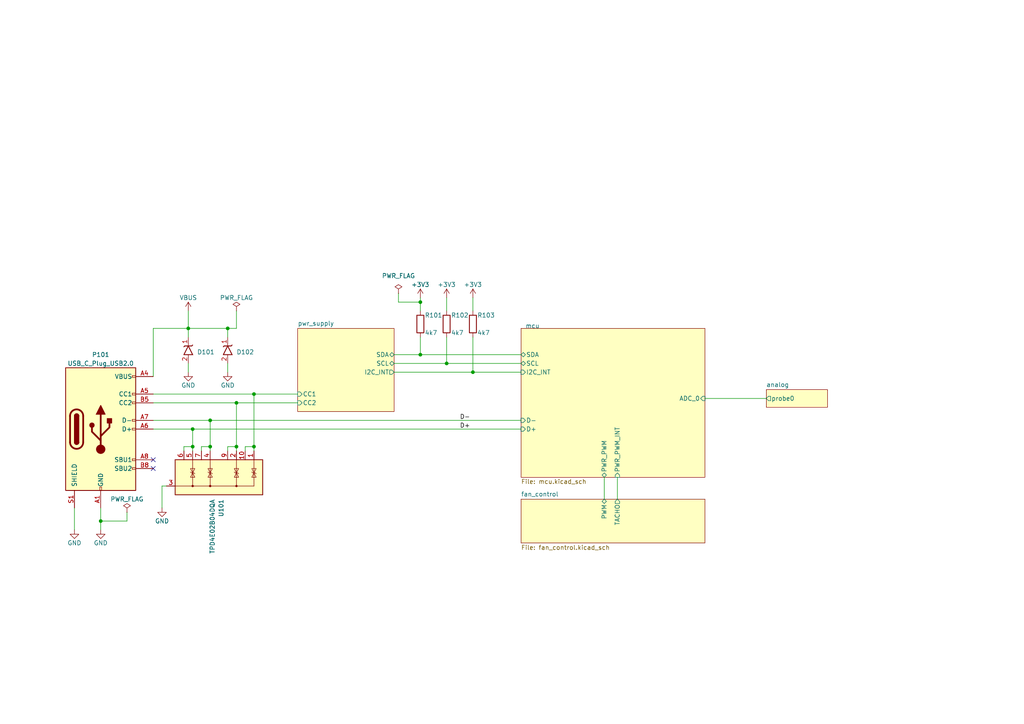
<source format=kicad_sch>
(kicad_sch
	(version 20231120)
	(generator "eeschema")
	(generator_version "8.0")
	(uuid "e63e39d7-6ac0-4ffd-8aa3-1841a4541b55")
	(paper "A4")
	(title_block
		(title "Firewaterburn")
		(rev "0.2")
	)
	(lib_symbols
		(symbol "Device:R"
			(pin_numbers hide)
			(pin_names
				(offset 0)
			)
			(exclude_from_sim no)
			(in_bom yes)
			(on_board yes)
			(property "Reference" "R"
				(at 2.032 0 90)
				(effects
					(font
						(size 1.27 1.27)
					)
				)
			)
			(property "Value" "R"
				(at 0 0 90)
				(effects
					(font
						(size 1.27 1.27)
					)
				)
			)
			(property "Footprint" ""
				(at -1.778 0 90)
				(effects
					(font
						(size 1.27 1.27)
					)
					(hide yes)
				)
			)
			(property "Datasheet" "~"
				(at 0 0 0)
				(effects
					(font
						(size 1.27 1.27)
					)
					(hide yes)
				)
			)
			(property "Description" "Resistor"
				(at 0 0 0)
				(effects
					(font
						(size 1.27 1.27)
					)
					(hide yes)
				)
			)
			(property "ki_keywords" "R res resistor"
				(at 0 0 0)
				(effects
					(font
						(size 1.27 1.27)
					)
					(hide yes)
				)
			)
			(property "ki_fp_filters" "R_*"
				(at 0 0 0)
				(effects
					(font
						(size 1.27 1.27)
					)
					(hide yes)
				)
			)
			(symbol "R_0_1"
				(rectangle
					(start -1.016 -2.54)
					(end 1.016 2.54)
					(stroke
						(width 0.254)
						(type default)
					)
					(fill
						(type none)
					)
				)
			)
			(symbol "R_1_1"
				(pin passive line
					(at 0 3.81 270)
					(length 1.27)
					(name "~"
						(effects
							(font
								(size 1.27 1.27)
							)
						)
					)
					(number "1"
						(effects
							(font
								(size 1.27 1.27)
							)
						)
					)
				)
				(pin passive line
					(at 0 -3.81 90)
					(length 1.27)
					(name "~"
						(effects
							(font
								(size 1.27 1.27)
							)
						)
					)
					(number "2"
						(effects
							(font
								(size 1.27 1.27)
							)
						)
					)
				)
			)
		)
		(symbol "Power_Protection:TPD4E02B04DQA"
			(pin_names hide)
			(exclude_from_sim no)
			(in_bom yes)
			(on_board yes)
			(property "Reference" "U"
				(at 2.54 -11.43 0)
				(effects
					(font
						(size 1.27 1.27)
					)
					(justify left)
				)
			)
			(property "Value" "TPD4E02B04DQA"
				(at 7.62 1.905 0)
				(effects
					(font
						(size 1.27 1.27)
					)
					(justify left)
				)
			)
			(property "Footprint" "Package_SON:USON-10_2.5x1.0mm_P0.5mm"
				(at 7.62 0 0)
				(effects
					(font
						(size 1.27 1.27)
					)
					(justify left)
					(hide yes)
				)
			)
			(property "Datasheet" "http://www.ti.com/lit/ds/symlink/tpd4e02b04.pdf"
				(at 2.54 0 0)
				(effects
					(font
						(size 1.27 1.27)
					)
					(hide yes)
				)
			)
			(property "Description" "4-Channel ESD Protection Diode for USB Type-C and HDMI 2.0, USON-10"
				(at 0 0 0)
				(effects
					(font
						(size 1.27 1.27)
					)
					(hide yes)
				)
			)
			(property "ki_keywords" "ESD protection USB HDMI"
				(at 0 0 0)
				(effects
					(font
						(size 1.27 1.27)
					)
					(hide yes)
				)
			)
			(property "ki_fp_filters" "USON*2.5x1.0mm*P0.5mm*"
				(at 0 0 0)
				(effects
					(font
						(size 1.27 1.27)
					)
					(hide yes)
				)
			)
			(symbol "TPD4E02B04DQA_0_0"
				(pin passive line
					(at 2.54 -15.24 90)
					(length 2.54)
					(name "G"
						(effects
							(font
								(size 1.27 1.27)
							)
						)
					)
					(number "3"
						(effects
							(font
								(size 1.27 1.27)
							)
						)
					)
				)
			)
			(symbol "TPD4E02B04DQA_0_1"
				(rectangle
					(start -5.08 12.7)
					(end 5.08 -12.7)
					(stroke
						(width 0.254)
						(type default)
					)
					(fill
						(type background)
					)
				)
				(polyline
					(pts
						(xy -5.08 -7.62) (xy 2.54 -7.62)
					)
					(stroke
						(width 0)
						(type default)
					)
					(fill
						(type none)
					)
				)
				(polyline
					(pts
						(xy -5.08 -2.54) (xy 2.54 -2.54)
					)
					(stroke
						(width 0)
						(type default)
					)
					(fill
						(type none)
					)
				)
				(polyline
					(pts
						(xy -5.08 5.08) (xy 2.54 5.08)
					)
					(stroke
						(width 0)
						(type default)
					)
					(fill
						(type none)
					)
				)
				(polyline
					(pts
						(xy -5.08 10.16) (xy 2.54 10.16)
					)
					(stroke
						(width 0)
						(type default)
					)
					(fill
						(type none)
					)
				)
				(polyline
					(pts
						(xy 2.54 10.16) (xy 2.54 -12.7)
					)
					(stroke
						(width 0.1524)
						(type default)
					)
					(fill
						(type none)
					)
				)
				(polyline
					(pts
						(xy -1.27 -7.62) (xy 0 -8.255) (xy 0 -6.985) (xy -1.27 -7.62)
					)
					(stroke
						(width 0)
						(type default)
					)
					(fill
						(type none)
					)
				)
				(polyline
					(pts
						(xy -1.27 -2.54) (xy 0 -3.175) (xy 0 -1.905) (xy -1.27 -2.54)
					)
					(stroke
						(width 0)
						(type default)
					)
					(fill
						(type none)
					)
				)
				(polyline
					(pts
						(xy -1.27 5.08) (xy 0 4.445) (xy 0 5.715) (xy -1.27 5.08)
					)
					(stroke
						(width 0)
						(type default)
					)
					(fill
						(type none)
					)
				)
				(polyline
					(pts
						(xy -1.27 10.16) (xy 0 9.525) (xy 0 10.795) (xy -1.27 10.16)
					)
					(stroke
						(width 0)
						(type default)
					)
					(fill
						(type none)
					)
				)
				(circle
					(center 2.54 -7.62)
					(radius 0.254)
					(stroke
						(width 0)
						(type default)
					)
					(fill
						(type outline)
					)
				)
				(circle
					(center 2.54 -2.54)
					(radius 0.254)
					(stroke
						(width 0)
						(type default)
					)
					(fill
						(type outline)
					)
				)
				(circle
					(center 2.54 5.08)
					(radius 0.254)
					(stroke
						(width 0)
						(type default)
					)
					(fill
						(type outline)
					)
				)
			)
			(symbol "TPD4E02B04DQA_1_1"
				(polyline
					(pts
						(xy -1.524 -8.255) (xy -1.27 -8.001) (xy -1.27 -7.239) (xy -1.016 -6.985)
					)
					(stroke
						(width 0)
						(type default)
					)
					(fill
						(type none)
					)
				)
				(polyline
					(pts
						(xy -1.524 -3.175) (xy -1.27 -2.921) (xy -1.27 -2.159) (xy -1.016 -1.905)
					)
					(stroke
						(width 0)
						(type default)
					)
					(fill
						(type none)
					)
				)
				(polyline
					(pts
						(xy -1.524 4.445) (xy -1.27 4.699) (xy -1.27 5.461) (xy -1.016 5.715)
					)
					(stroke
						(width 0)
						(type default)
					)
					(fill
						(type none)
					)
				)
				(polyline
					(pts
						(xy -1.524 9.525) (xy -1.27 9.779) (xy -1.27 10.541) (xy -1.016 10.795)
					)
					(stroke
						(width 0)
						(type default)
					)
					(fill
						(type none)
					)
				)
				(polyline
					(pts
						(xy -1.27 -7.62) (xy -2.54 -8.255) (xy -2.54 -6.985) (xy -1.27 -7.62)
					)
					(stroke
						(width 0)
						(type default)
					)
					(fill
						(type none)
					)
				)
				(polyline
					(pts
						(xy -1.27 -2.54) (xy -2.54 -3.175) (xy -2.54 -1.905) (xy -1.27 -2.54)
					)
					(stroke
						(width 0)
						(type default)
					)
					(fill
						(type none)
					)
				)
				(polyline
					(pts
						(xy -1.27 5.08) (xy -2.54 4.445) (xy -2.54 5.715) (xy -1.27 5.08)
					)
					(stroke
						(width 0)
						(type default)
					)
					(fill
						(type none)
					)
				)
				(polyline
					(pts
						(xy -1.27 10.16) (xy -2.54 9.525) (xy -2.54 10.795) (xy -1.27 10.16)
					)
					(stroke
						(width 0)
						(type default)
					)
					(fill
						(type none)
					)
				)
				(pin passive line
					(at -7.62 10.16 0)
					(length 2.54)
					(name "IO1"
						(effects
							(font
								(size 1.27 1.27)
							)
						)
					)
					(number "1"
						(effects
							(font
								(size 1.27 1.27)
							)
						)
					)
				)
				(pin free line
					(at -7.62 7.62 0)
					(length 2.54)
					(name "NC"
						(effects
							(font
								(size 1.27 1.27)
							)
						)
					)
					(number "10"
						(effects
							(font
								(size 1.27 1.27)
							)
						)
					)
				)
				(pin passive line
					(at -7.62 5.08 0)
					(length 2.54)
					(name "IO2"
						(effects
							(font
								(size 1.27 1.27)
							)
						)
					)
					(number "2"
						(effects
							(font
								(size 1.27 1.27)
							)
						)
					)
				)
				(pin passive line
					(at -7.62 -2.54 0)
					(length 2.54)
					(name "IO3"
						(effects
							(font
								(size 1.27 1.27)
							)
						)
					)
					(number "4"
						(effects
							(font
								(size 1.27 1.27)
							)
						)
					)
				)
				(pin passive line
					(at -7.62 -7.62 0)
					(length 2.54)
					(name "IO4"
						(effects
							(font
								(size 1.27 1.27)
							)
						)
					)
					(number "5"
						(effects
							(font
								(size 1.27 1.27)
							)
						)
					)
				)
				(pin free line
					(at -7.62 -10.16 0)
					(length 2.54)
					(name "NC"
						(effects
							(font
								(size 1.27 1.27)
							)
						)
					)
					(number "6"
						(effects
							(font
								(size 1.27 1.27)
							)
						)
					)
				)
				(pin free line
					(at -7.62 -5.08 0)
					(length 2.54)
					(name "NC"
						(effects
							(font
								(size 1.27 1.27)
							)
						)
					)
					(number "7"
						(effects
							(font
								(size 1.27 1.27)
							)
						)
					)
				)
				(pin passive line
					(at 2.54 -15.24 90)
					(length 2.54) hide
					(name "G"
						(effects
							(font
								(size 1.27 1.27)
							)
						)
					)
					(number "8"
						(effects
							(font
								(size 1.27 1.27)
							)
						)
					)
				)
				(pin free line
					(at -7.62 2.54 0)
					(length 2.54)
					(name "NC"
						(effects
							(font
								(size 1.27 1.27)
							)
						)
					)
					(number "9"
						(effects
							(font
								(size 1.27 1.27)
							)
						)
					)
				)
			)
		)
		(symbol "mylib_connectors:USB_C_Plug_USB2.0"
			(pin_names
				(offset 1.016)
			)
			(exclude_from_sim no)
			(in_bom yes)
			(on_board yes)
			(property "Reference" "P"
				(at -10.16 19.05 0)
				(effects
					(font
						(size 1.27 1.27)
					)
					(justify left)
				)
			)
			(property "Value" "USB_C_Plug_USB2.0"
				(at 12.7 19.05 0)
				(effects
					(font
						(size 1.27 1.27)
					)
					(justify right)
				)
			)
			(property "Footprint" ""
				(at 3.81 0 0)
				(effects
					(font
						(size 1.27 1.27)
					)
					(hide yes)
				)
			)
			(property "Datasheet" ""
				(at 3.81 0 0)
				(effects
					(font
						(size 1.27 1.27)
					)
					(hide yes)
				)
			)
			(property "Description" ""
				(at 0 0 0)
				(effects
					(font
						(size 1.27 1.27)
					)
					(hide yes)
				)
			)
			(property "ki_fp_filters" "USB*C*Plug*"
				(at 0 0 0)
				(effects
					(font
						(size 1.27 1.27)
					)
					(hide yes)
				)
			)
			(symbol "USB_C_Plug_USB2.0_0_0"
				(rectangle
					(start -0.254 -17.78)
					(end 0.254 -16.764)
					(stroke
						(width 0)
						(type default)
					)
					(fill
						(type none)
					)
				)
				(rectangle
					(start 10.16 -11.176)
					(end 9.144 -11.684)
					(stroke
						(width 0)
						(type default)
					)
					(fill
						(type none)
					)
				)
				(rectangle
					(start 10.16 0.254)
					(end 9.144 -0.254)
					(stroke
						(width 0)
						(type default)
					)
					(fill
						(type none)
					)
				)
				(rectangle
					(start 10.16 2.794)
					(end 9.144 2.286)
					(stroke
						(width 0)
						(type default)
					)
					(fill
						(type none)
					)
				)
				(rectangle
					(start 10.16 10.414)
					(end 9.144 9.906)
					(stroke
						(width 0)
						(type default)
					)
					(fill
						(type none)
					)
				)
				(rectangle
					(start 10.16 15.494)
					(end 9.144 14.986)
					(stroke
						(width 0)
						(type default)
					)
					(fill
						(type none)
					)
				)
			)
			(symbol "USB_C_Plug_USB2.0_0_1"
				(rectangle
					(start -10.16 17.78)
					(end 10.16 -17.78)
					(stroke
						(width 0.254)
						(type default)
					)
					(fill
						(type background)
					)
				)
				(arc
					(start -8.89 -3.81)
					(mid -6.985 -5.7067)
					(end -5.08 -3.81)
					(stroke
						(width 0.508)
						(type default)
					)
					(fill
						(type none)
					)
				)
				(arc
					(start -7.62 -3.81)
					(mid -6.985 -4.4423)
					(end -6.35 -3.81)
					(stroke
						(width 0.254)
						(type default)
					)
					(fill
						(type none)
					)
				)
				(arc
					(start -7.62 -3.81)
					(mid -6.985 -4.4423)
					(end -6.35 -3.81)
					(stroke
						(width 0.254)
						(type default)
					)
					(fill
						(type outline)
					)
				)
				(rectangle
					(start -7.62 -3.81)
					(end -6.35 3.81)
					(stroke
						(width 0.254)
						(type default)
					)
					(fill
						(type outline)
					)
				)
				(arc
					(start -6.35 3.81)
					(mid -6.985 4.4423)
					(end -7.62 3.81)
					(stroke
						(width 0.254)
						(type default)
					)
					(fill
						(type none)
					)
				)
				(arc
					(start -6.35 3.81)
					(mid -6.985 4.4423)
					(end -7.62 3.81)
					(stroke
						(width 0.254)
						(type default)
					)
					(fill
						(type outline)
					)
				)
				(arc
					(start -5.08 3.81)
					(mid -6.985 5.7067)
					(end -8.89 3.81)
					(stroke
						(width 0.508)
						(type default)
					)
					(fill
						(type none)
					)
				)
				(circle
					(center -2.54 1.143)
					(radius 0.635)
					(stroke
						(width 0.254)
						(type default)
					)
					(fill
						(type outline)
					)
				)
				(circle
					(center 0 -5.842)
					(radius 1.27)
					(stroke
						(width 0)
						(type default)
					)
					(fill
						(type outline)
					)
				)
				(polyline
					(pts
						(xy -8.89 -3.81) (xy -8.89 3.81)
					)
					(stroke
						(width 0.508)
						(type default)
					)
					(fill
						(type none)
					)
				)
				(polyline
					(pts
						(xy -5.08 3.81) (xy -5.08 -3.81)
					)
					(stroke
						(width 0.508)
						(type default)
					)
					(fill
						(type none)
					)
				)
				(polyline
					(pts
						(xy 0 -5.842) (xy 0 4.318)
					)
					(stroke
						(width 0.508)
						(type default)
					)
					(fill
						(type none)
					)
				)
				(polyline
					(pts
						(xy 0 -3.302) (xy -2.54 -0.762) (xy -2.54 0.508)
					)
					(stroke
						(width 0.508)
						(type default)
					)
					(fill
						(type none)
					)
				)
				(polyline
					(pts
						(xy 0 -2.032) (xy 2.54 0.508) (xy 2.54 1.778)
					)
					(stroke
						(width 0.508)
						(type default)
					)
					(fill
						(type none)
					)
				)
				(polyline
					(pts
						(xy -1.27 4.318) (xy 0 6.858) (xy 1.27 4.318) (xy -1.27 4.318)
					)
					(stroke
						(width 0.254)
						(type default)
					)
					(fill
						(type outline)
					)
				)
				(rectangle
					(start 1.905 1.778)
					(end 3.175 3.048)
					(stroke
						(width 0.254)
						(type default)
					)
					(fill
						(type outline)
					)
				)
			)
			(symbol "USB_C_Plug_USB2.0_1_1"
				(rectangle
					(start 10.16 -8.636)
					(end 9.144 -9.144)
					(stroke
						(width 0)
						(type default)
					)
					(fill
						(type none)
					)
				)
				(rectangle
					(start 10.16 7.874)
					(end 9.144 7.366)
					(stroke
						(width 0)
						(type default)
					)
					(fill
						(type none)
					)
				)
				(pin passive line
					(at 0 -22.86 90)
					(length 5.08)
					(name "GND"
						(effects
							(font
								(size 1.27 1.27)
							)
						)
					)
					(number "A1"
						(effects
							(font
								(size 1.27 1.27)
							)
						)
					)
				)
				(pin passive line
					(at 0 -22.86 90)
					(length 5.08) hide
					(name "GND"
						(effects
							(font
								(size 1.27 1.27)
							)
						)
					)
					(number "A12"
						(effects
							(font
								(size 1.27 1.27)
							)
						)
					)
				)
				(pin passive line
					(at 15.24 15.24 180)
					(length 5.08)
					(name "VBUS"
						(effects
							(font
								(size 1.27 1.27)
							)
						)
					)
					(number "A4"
						(effects
							(font
								(size 1.27 1.27)
							)
						)
					)
				)
				(pin bidirectional line
					(at 15.24 10.16 180)
					(length 5.08)
					(name "CC1"
						(effects
							(font
								(size 1.27 1.27)
							)
						)
					)
					(number "A5"
						(effects
							(font
								(size 1.27 1.27)
							)
						)
					)
				)
				(pin bidirectional line
					(at 15.24 0 180)
					(length 5.08)
					(name "D+"
						(effects
							(font
								(size 1.27 1.27)
							)
						)
					)
					(number "A6"
						(effects
							(font
								(size 1.27 1.27)
							)
						)
					)
				)
				(pin bidirectional line
					(at 15.24 2.54 180)
					(length 5.08)
					(name "D-"
						(effects
							(font
								(size 1.27 1.27)
							)
						)
					)
					(number "A7"
						(effects
							(font
								(size 1.27 1.27)
							)
						)
					)
				)
				(pin bidirectional line
					(at 15.24 -8.89 180)
					(length 5.08)
					(name "SBU1"
						(effects
							(font
								(size 1.27 1.27)
							)
						)
					)
					(number "A8"
						(effects
							(font
								(size 1.27 1.27)
							)
						)
					)
				)
				(pin passive line
					(at 15.24 15.24 180)
					(length 5.08) hide
					(name "VBUS"
						(effects
							(font
								(size 1.27 1.27)
							)
						)
					)
					(number "A9"
						(effects
							(font
								(size 1.27 1.27)
							)
						)
					)
				)
				(pin passive line
					(at 0 -22.86 90)
					(length 5.08) hide
					(name "GND"
						(effects
							(font
								(size 1.27 1.27)
							)
						)
					)
					(number "B1"
						(effects
							(font
								(size 1.27 1.27)
							)
						)
					)
				)
				(pin passive line
					(at 0 -22.86 90)
					(length 5.08) hide
					(name "GND"
						(effects
							(font
								(size 1.27 1.27)
							)
						)
					)
					(number "B12"
						(effects
							(font
								(size 1.27 1.27)
							)
						)
					)
				)
				(pin passive line
					(at 15.24 15.24 180)
					(length 5.08) hide
					(name "VBUS"
						(effects
							(font
								(size 1.27 1.27)
							)
						)
					)
					(number "B4"
						(effects
							(font
								(size 1.27 1.27)
							)
						)
					)
				)
				(pin bidirectional line
					(at 15.24 7.62 180)
					(length 5.08)
					(name "CC2"
						(effects
							(font
								(size 1.27 1.27)
							)
						)
					)
					(number "B5"
						(effects
							(font
								(size 1.27 1.27)
							)
						)
					)
				)
				(pin bidirectional line
					(at 15.24 0 180)
					(length 5.08) hide
					(name "D+"
						(effects
							(font
								(size 1.27 1.27)
							)
						)
					)
					(number "B6"
						(effects
							(font
								(size 1.27 1.27)
							)
						)
					)
				)
				(pin bidirectional line
					(at 15.24 2.54 180)
					(length 5.08) hide
					(name "D-"
						(effects
							(font
								(size 1.27 1.27)
							)
						)
					)
					(number "B7"
						(effects
							(font
								(size 1.27 1.27)
							)
						)
					)
				)
				(pin bidirectional line
					(at 15.24 -11.43 180)
					(length 5.08)
					(name "SBU2"
						(effects
							(font
								(size 1.27 1.27)
							)
						)
					)
					(number "B8"
						(effects
							(font
								(size 1.27 1.27)
							)
						)
					)
				)
				(pin passive line
					(at 15.24 15.24 180)
					(length 5.08) hide
					(name "VBUS"
						(effects
							(font
								(size 1.27 1.27)
							)
						)
					)
					(number "B9"
						(effects
							(font
								(size 1.27 1.27)
							)
						)
					)
				)
				(pin passive line
					(at -7.62 -22.86 90)
					(length 5.08)
					(name "SHIELD"
						(effects
							(font
								(size 1.27 1.27)
							)
						)
					)
					(number "S1"
						(effects
							(font
								(size 1.27 1.27)
							)
						)
					)
				)
			)
		)
		(symbol "mylib_ic:ESDA25P35"
			(exclude_from_sim no)
			(in_bom yes)
			(on_board yes)
			(property "Reference" "D"
				(at 0 2.54 0)
				(effects
					(font
						(size 1.27 1.27)
					)
				)
			)
			(property "Value" "ESDA25P35"
				(at 0 -2.54 0)
				(effects
					(font
						(size 1.27 1.27)
					)
					(hide yes)
				)
			)
			(property "Footprint" ""
				(at 0 0 0)
				(effects
					(font
						(size 1.27 1.27)
					)
					(hide yes)
				)
			)
			(property "Datasheet" ""
				(at 0 0 0)
				(effects
					(font
						(size 1.27 1.27)
					)
					(hide yes)
				)
			)
			(property "Description" ""
				(at 0 0 0)
				(effects
					(font
						(size 1.27 1.27)
					)
					(hide yes)
				)
			)
			(symbol "ESDA25P35_0_1"
				(polyline
					(pts
						(xy -1.27 -1.016) (xy -1.016 -1.27)
					)
					(stroke
						(width 0.254)
						(type default)
					)
					(fill
						(type none)
					)
				)
				(polyline
					(pts
						(xy -1.27 1.016) (xy -1.524 1.27)
					)
					(stroke
						(width 0.254)
						(type default)
					)
					(fill
						(type none)
					)
				)
				(polyline
					(pts
						(xy -1.27 1.016) (xy -1.27 -1.016)
					)
					(stroke
						(width 0.254)
						(type default)
					)
					(fill
						(type none)
					)
				)
				(polyline
					(pts
						(xy 1.27 1.27) (xy 1.27 -1.27) (xy -1.27 0) (xy 1.27 1.27)
					)
					(stroke
						(width 0.254)
						(type default)
					)
					(fill
						(type none)
					)
				)
			)
			(symbol "ESDA25P35_1_1"
				(pin passive line
					(at -3.81 0 0)
					(length 2.54)
					(name ""
						(effects
							(font
								(size 1.27 1.27)
							)
						)
					)
					(number "1"
						(effects
							(font
								(size 1.27 1.27)
							)
						)
					)
				)
				(pin passive line
					(at 3.81 0 180)
					(length 2.54)
					(name ""
						(effects
							(font
								(size 1.27 1.27)
							)
						)
					)
					(number "2"
						(effects
							(font
								(size 1.27 1.27)
							)
						)
					)
				)
			)
		)
		(symbol "power:+3V3"
			(power)
			(pin_names
				(offset 0)
			)
			(exclude_from_sim no)
			(in_bom yes)
			(on_board yes)
			(property "Reference" "#PWR"
				(at 0 -3.81 0)
				(effects
					(font
						(size 1.27 1.27)
					)
					(hide yes)
				)
			)
			(property "Value" "+3V3"
				(at 0 3.556 0)
				(effects
					(font
						(size 1.27 1.27)
					)
				)
			)
			(property "Footprint" ""
				(at 0 0 0)
				(effects
					(font
						(size 1.27 1.27)
					)
					(hide yes)
				)
			)
			(property "Datasheet" ""
				(at 0 0 0)
				(effects
					(font
						(size 1.27 1.27)
					)
					(hide yes)
				)
			)
			(property "Description" "Power symbol creates a global label with name \"+3V3\""
				(at 0 0 0)
				(effects
					(font
						(size 1.27 1.27)
					)
					(hide yes)
				)
			)
			(property "ki_keywords" "global power"
				(at 0 0 0)
				(effects
					(font
						(size 1.27 1.27)
					)
					(hide yes)
				)
			)
			(symbol "+3V3_0_1"
				(polyline
					(pts
						(xy -0.762 1.27) (xy 0 2.54)
					)
					(stroke
						(width 0)
						(type default)
					)
					(fill
						(type none)
					)
				)
				(polyline
					(pts
						(xy 0 0) (xy 0 2.54)
					)
					(stroke
						(width 0)
						(type default)
					)
					(fill
						(type none)
					)
				)
				(polyline
					(pts
						(xy 0 2.54) (xy 0.762 1.27)
					)
					(stroke
						(width 0)
						(type default)
					)
					(fill
						(type none)
					)
				)
			)
			(symbol "+3V3_1_1"
				(pin power_in line
					(at 0 0 90)
					(length 0) hide
					(name "+3V3"
						(effects
							(font
								(size 1.27 1.27)
							)
						)
					)
					(number "1"
						(effects
							(font
								(size 1.27 1.27)
							)
						)
					)
				)
			)
		)
		(symbol "power:GND"
			(power)
			(pin_names
				(offset 0)
			)
			(exclude_from_sim no)
			(in_bom yes)
			(on_board yes)
			(property "Reference" "#PWR"
				(at 0 -6.35 0)
				(effects
					(font
						(size 1.27 1.27)
					)
					(hide yes)
				)
			)
			(property "Value" "GND"
				(at 0 -3.81 0)
				(effects
					(font
						(size 1.27 1.27)
					)
				)
			)
			(property "Footprint" ""
				(at 0 0 0)
				(effects
					(font
						(size 1.27 1.27)
					)
					(hide yes)
				)
			)
			(property "Datasheet" ""
				(at 0 0 0)
				(effects
					(font
						(size 1.27 1.27)
					)
					(hide yes)
				)
			)
			(property "Description" "Power symbol creates a global label with name \"GND\" , ground"
				(at 0 0 0)
				(effects
					(font
						(size 1.27 1.27)
					)
					(hide yes)
				)
			)
			(property "ki_keywords" "global power"
				(at 0 0 0)
				(effects
					(font
						(size 1.27 1.27)
					)
					(hide yes)
				)
			)
			(symbol "GND_0_1"
				(polyline
					(pts
						(xy 0 0) (xy 0 -1.27) (xy 1.27 -1.27) (xy 0 -2.54) (xy -1.27 -1.27) (xy 0 -1.27)
					)
					(stroke
						(width 0)
						(type default)
					)
					(fill
						(type none)
					)
				)
			)
			(symbol "GND_1_1"
				(pin power_in line
					(at 0 0 270)
					(length 0) hide
					(name "GND"
						(effects
							(font
								(size 1.27 1.27)
							)
						)
					)
					(number "1"
						(effects
							(font
								(size 1.27 1.27)
							)
						)
					)
				)
			)
		)
		(symbol "power:PWR_FLAG"
			(power)
			(pin_numbers hide)
			(pin_names
				(offset 0) hide)
			(exclude_from_sim no)
			(in_bom yes)
			(on_board yes)
			(property "Reference" "#FLG"
				(at 0 1.905 0)
				(effects
					(font
						(size 1.27 1.27)
					)
					(hide yes)
				)
			)
			(property "Value" "PWR_FLAG"
				(at 0 3.81 0)
				(effects
					(font
						(size 1.27 1.27)
					)
				)
			)
			(property "Footprint" ""
				(at 0 0 0)
				(effects
					(font
						(size 1.27 1.27)
					)
					(hide yes)
				)
			)
			(property "Datasheet" "~"
				(at 0 0 0)
				(effects
					(font
						(size 1.27 1.27)
					)
					(hide yes)
				)
			)
			(property "Description" "Special symbol for telling ERC where power comes from"
				(at 0 0 0)
				(effects
					(font
						(size 1.27 1.27)
					)
					(hide yes)
				)
			)
			(property "ki_keywords" "flag power"
				(at 0 0 0)
				(effects
					(font
						(size 1.27 1.27)
					)
					(hide yes)
				)
			)
			(symbol "PWR_FLAG_0_0"
				(pin power_out line
					(at 0 0 90)
					(length 0)
					(name "pwr"
						(effects
							(font
								(size 1.27 1.27)
							)
						)
					)
					(number "1"
						(effects
							(font
								(size 1.27 1.27)
							)
						)
					)
				)
			)
			(symbol "PWR_FLAG_0_1"
				(polyline
					(pts
						(xy 0 0) (xy 0 1.27) (xy -1.016 1.905) (xy 0 2.54) (xy 1.016 1.905) (xy 0 1.27)
					)
					(stroke
						(width 0)
						(type default)
					)
					(fill
						(type none)
					)
				)
			)
		)
		(symbol "power:VBUS"
			(power)
			(pin_names
				(offset 0)
			)
			(exclude_from_sim no)
			(in_bom yes)
			(on_board yes)
			(property "Reference" "#PWR"
				(at 0 -3.81 0)
				(effects
					(font
						(size 1.27 1.27)
					)
					(hide yes)
				)
			)
			(property "Value" "VBUS"
				(at 0 3.81 0)
				(effects
					(font
						(size 1.27 1.27)
					)
				)
			)
			(property "Footprint" ""
				(at 0 0 0)
				(effects
					(font
						(size 1.27 1.27)
					)
					(hide yes)
				)
			)
			(property "Datasheet" ""
				(at 0 0 0)
				(effects
					(font
						(size 1.27 1.27)
					)
					(hide yes)
				)
			)
			(property "Description" "Power symbol creates a global label with name \"VBUS\""
				(at 0 0 0)
				(effects
					(font
						(size 1.27 1.27)
					)
					(hide yes)
				)
			)
			(property "ki_keywords" "global power"
				(at 0 0 0)
				(effects
					(font
						(size 1.27 1.27)
					)
					(hide yes)
				)
			)
			(symbol "VBUS_0_1"
				(polyline
					(pts
						(xy -0.762 1.27) (xy 0 2.54)
					)
					(stroke
						(width 0)
						(type default)
					)
					(fill
						(type none)
					)
				)
				(polyline
					(pts
						(xy 0 0) (xy 0 2.54)
					)
					(stroke
						(width 0)
						(type default)
					)
					(fill
						(type none)
					)
				)
				(polyline
					(pts
						(xy 0 2.54) (xy 0.762 1.27)
					)
					(stroke
						(width 0)
						(type default)
					)
					(fill
						(type none)
					)
				)
			)
			(symbol "VBUS_1_1"
				(pin power_in line
					(at 0 0 90)
					(length 0) hide
					(name "VBUS"
						(effects
							(font
								(size 1.27 1.27)
							)
						)
					)
					(number "1"
						(effects
							(font
								(size 1.27 1.27)
							)
						)
					)
				)
			)
		)
	)
	(junction
		(at 55.88 129.54)
		(diameter 0)
		(color 0 0 0 0)
		(uuid "031dff5c-b007-482b-8531-62900e645ae0")
	)
	(junction
		(at 73.66 114.3)
		(diameter 0)
		(color 0 0 0 0)
		(uuid "37282826-69f5-4a96-b61e-ff0cfee43405")
	)
	(junction
		(at 121.92 102.87)
		(diameter 0)
		(color 0 0 0 0)
		(uuid "3c7917dd-d0b6-4513-8377-dd27f555c969")
	)
	(junction
		(at 54.61 95.25)
		(diameter 0)
		(color 0 0 0 0)
		(uuid "4055b357-393c-467b-b2cc-71034cd4083f")
	)
	(junction
		(at 60.96 129.54)
		(diameter 0)
		(color 0 0 0 0)
		(uuid "420d59d1-616a-4a7b-964a-5b5a5d75ebc0")
	)
	(junction
		(at 68.58 129.54)
		(diameter 0)
		(color 0 0 0 0)
		(uuid "45f0ad8e-e322-4b2a-868a-31900adcc08f")
	)
	(junction
		(at 55.88 124.46)
		(diameter 0)
		(color 0 0 0 0)
		(uuid "7f31b8a9-f561-4e86-a84c-ab7d7b385b93")
	)
	(junction
		(at 121.92 87.63)
		(diameter 0)
		(color 0 0 0 0)
		(uuid "81e1a3d8-90bf-4147-a204-c677772bfb92")
	)
	(junction
		(at 29.21 151.13)
		(diameter 0)
		(color 0 0 0 0)
		(uuid "8a64bdde-3a9e-4715-91e9-c4d3d9efcd30")
	)
	(junction
		(at 66.04 95.25)
		(diameter 0)
		(color 0 0 0 0)
		(uuid "93bb4bd6-e90f-4215-bc55-6b99997a0f4c")
	)
	(junction
		(at 137.16 107.95)
		(diameter 0)
		(color 0 0 0 0)
		(uuid "af2b5cc4-7c38-45f8-ba8f-c81b3dacd509")
	)
	(junction
		(at 129.54 105.41)
		(diameter 0)
		(color 0 0 0 0)
		(uuid "d3777d21-4524-45c4-a96f-e34639706300")
	)
	(junction
		(at 68.58 116.84)
		(diameter 0)
		(color 0 0 0 0)
		(uuid "dee39449-c31a-4a7d-8b30-6c993327075e")
	)
	(junction
		(at 73.66 129.54)
		(diameter 0)
		(color 0 0 0 0)
		(uuid "ee5695a3-850e-4cd2-95c2-a9cf4ab5632d")
	)
	(junction
		(at 60.96 121.92)
		(diameter 0)
		(color 0 0 0 0)
		(uuid "ff421916-d220-4dad-ba43-b6a3a83122dd")
	)
	(no_connect
		(at 44.45 133.35)
		(uuid "bff8daab-48b4-47d4-9ffa-e5f1ce2dcca8")
	)
	(no_connect
		(at 44.45 135.89)
		(uuid "d0da03a8-e8ae-4d2b-9293-966a3f5089e3")
	)
	(wire
		(pts
			(xy 29.21 147.32) (xy 29.21 151.13)
		)
		(stroke
			(width 0)
			(type default)
		)
		(uuid "033022b3-11f9-419e-a78e-1c7d6e6cd45c")
	)
	(wire
		(pts
			(xy 55.88 129.54) (xy 55.88 130.81)
		)
		(stroke
			(width 0)
			(type default)
		)
		(uuid "0593406e-8a7b-48c7-bcb8-df108d5a5f8c")
	)
	(wire
		(pts
			(xy 21.59 153.67) (xy 21.59 147.32)
		)
		(stroke
			(width 0)
			(type default)
		)
		(uuid "08f0a69d-2047-4f15-9147-57cc2889ba57")
	)
	(wire
		(pts
			(xy 44.45 121.92) (xy 60.96 121.92)
		)
		(stroke
			(width 0)
			(type default)
		)
		(uuid "0bf9a605-1ed3-48a5-aa63-5e0c16fb660e")
	)
	(wire
		(pts
			(xy 44.45 124.46) (xy 55.88 124.46)
		)
		(stroke
			(width 0)
			(type default)
		)
		(uuid "0f1d2806-29e7-4ac5-af97-ad3c5202a0f8")
	)
	(wire
		(pts
			(xy 121.92 102.87) (xy 151.13 102.87)
		)
		(stroke
			(width 0)
			(type default)
		)
		(uuid "12586790-c9d2-447b-b04d-7ed8653b5792")
	)
	(wire
		(pts
			(xy 115.57 87.63) (xy 121.92 87.63)
		)
		(stroke
			(width 0)
			(type default)
		)
		(uuid "12f1a649-d416-4d67-9a35-2a5f09935433")
	)
	(wire
		(pts
			(xy 137.16 86.36) (xy 137.16 90.17)
		)
		(stroke
			(width 0)
			(type default)
		)
		(uuid "17d79456-7050-487b-b9f0-40d955439b19")
	)
	(wire
		(pts
			(xy 68.58 129.54) (xy 68.58 130.81)
		)
		(stroke
			(width 0)
			(type default)
		)
		(uuid "1b8ca8a6-6a5e-429a-890c-12f41c039ba0")
	)
	(wire
		(pts
			(xy 60.96 121.92) (xy 60.96 129.54)
		)
		(stroke
			(width 0)
			(type default)
		)
		(uuid "20dc9b1c-4f0d-44cd-9aab-3cb68493d953")
	)
	(wire
		(pts
			(xy 71.12 129.54) (xy 73.66 129.54)
		)
		(stroke
			(width 0)
			(type default)
		)
		(uuid "22f4cb2f-59da-4d0a-8646-3ac01528831a")
	)
	(wire
		(pts
			(xy 137.16 97.79) (xy 137.16 107.95)
		)
		(stroke
			(width 0)
			(type default)
		)
		(uuid "253fd500-1224-40b9-94b9-d446fbd31b8b")
	)
	(wire
		(pts
			(xy 66.04 130.81) (xy 66.04 129.54)
		)
		(stroke
			(width 0)
			(type default)
		)
		(uuid "27303b4c-528f-48bf-9b0c-65f47a2cf611")
	)
	(wire
		(pts
			(xy 44.45 114.3) (xy 73.66 114.3)
		)
		(stroke
			(width 0)
			(type default)
		)
		(uuid "29f62cd9-c020-45e9-8321-1ff9f6a5a6ec")
	)
	(wire
		(pts
			(xy 66.04 95.25) (xy 66.04 97.79)
		)
		(stroke
			(width 0)
			(type default)
		)
		(uuid "29f8b4f0-2854-45cf-83a1-2a5048723d5b")
	)
	(wire
		(pts
			(xy 44.45 116.84) (xy 68.58 116.84)
		)
		(stroke
			(width 0)
			(type default)
		)
		(uuid "2ce5e8d2-c169-40d5-a777-d8f9cdaf6872")
	)
	(wire
		(pts
			(xy 66.04 105.41) (xy 66.04 107.95)
		)
		(stroke
			(width 0)
			(type default)
		)
		(uuid "43c960e5-add1-4248-9d49-9143a575a9f1")
	)
	(wire
		(pts
			(xy 36.83 148.59) (xy 36.83 151.13)
		)
		(stroke
			(width 0)
			(type default)
		)
		(uuid "47a98942-46e5-4895-84ab-2e430facc157")
	)
	(wire
		(pts
			(xy 46.99 140.97) (xy 48.26 140.97)
		)
		(stroke
			(width 0)
			(type default)
		)
		(uuid "618a3255-c86c-46f0-9134-f3e4b178ba68")
	)
	(wire
		(pts
			(xy 54.61 105.41) (xy 54.61 107.95)
		)
		(stroke
			(width 0)
			(type default)
		)
		(uuid "650e3cd3-5131-4b82-9184-c007f8001c39")
	)
	(wire
		(pts
			(xy 29.21 151.13) (xy 36.83 151.13)
		)
		(stroke
			(width 0)
			(type default)
		)
		(uuid "67d49b6f-b6b1-46fa-90bf-3e809e52859a")
	)
	(wire
		(pts
			(xy 60.96 129.54) (xy 60.96 130.81)
		)
		(stroke
			(width 0)
			(type default)
		)
		(uuid "6921f6bd-07b8-4573-a6a8-18ada15ed343")
	)
	(wire
		(pts
			(xy 73.66 114.3) (xy 86.36 114.3)
		)
		(stroke
			(width 0)
			(type default)
		)
		(uuid "6eb15b52-b62f-4408-bc8b-4323e249be72")
	)
	(wire
		(pts
			(xy 58.42 130.81) (xy 58.42 129.54)
		)
		(stroke
			(width 0)
			(type default)
		)
		(uuid "76fc2958-85b9-4a2e-a17e-596bbe7fba2d")
	)
	(wire
		(pts
			(xy 53.34 129.54) (xy 55.88 129.54)
		)
		(stroke
			(width 0)
			(type default)
		)
		(uuid "792dd4ac-9561-4ab6-b7bc-47bfb8de99fb")
	)
	(wire
		(pts
			(xy 58.42 129.54) (xy 60.96 129.54)
		)
		(stroke
			(width 0)
			(type default)
		)
		(uuid "7a210402-2533-4522-87d7-63eb45b09dbd")
	)
	(wire
		(pts
			(xy 66.04 95.25) (xy 54.61 95.25)
		)
		(stroke
			(width 0)
			(type default)
		)
		(uuid "7e006145-168c-4d19-a264-d3025f970984")
	)
	(wire
		(pts
			(xy 115.57 85.09) (xy 115.57 87.63)
		)
		(stroke
			(width 0)
			(type default)
		)
		(uuid "81c3245e-ef32-4748-a8e1-3f100fef611d")
	)
	(wire
		(pts
			(xy 129.54 86.36) (xy 129.54 90.17)
		)
		(stroke
			(width 0)
			(type default)
		)
		(uuid "82914227-3c4b-483b-a930-04aff92c73ce")
	)
	(wire
		(pts
			(xy 114.3 105.41) (xy 129.54 105.41)
		)
		(stroke
			(width 0)
			(type default)
		)
		(uuid "8b44fa6f-2676-4ebc-bec9-85dc4370b0a7")
	)
	(wire
		(pts
			(xy 121.92 86.36) (xy 121.92 87.63)
		)
		(stroke
			(width 0)
			(type default)
		)
		(uuid "8d859ebf-9390-4cb5-961d-e7beaa0a4ae4")
	)
	(wire
		(pts
			(xy 71.12 130.81) (xy 71.12 129.54)
		)
		(stroke
			(width 0)
			(type default)
		)
		(uuid "8dbbc6a4-8e4b-4f0e-b4fb-ff85db3f5354")
	)
	(wire
		(pts
			(xy 46.99 147.32) (xy 46.99 140.97)
		)
		(stroke
			(width 0)
			(type default)
		)
		(uuid "978d4139-1b9f-4697-9396-1604cc275b84")
	)
	(wire
		(pts
			(xy 175.26 138.43) (xy 175.26 144.78)
		)
		(stroke
			(width 0)
			(type default)
		)
		(uuid "99919064-0a6d-40ed-be0c-70a827b93563")
	)
	(wire
		(pts
			(xy 54.61 95.25) (xy 54.61 97.79)
		)
		(stroke
			(width 0)
			(type default)
		)
		(uuid "9bb77af3-fc70-4df1-8577-73dfa1886d27")
	)
	(wire
		(pts
			(xy 44.45 95.25) (xy 44.45 109.22)
		)
		(stroke
			(width 0)
			(type default)
		)
		(uuid "9dfd97f3-3b14-4811-84ff-945aa0a1205c")
	)
	(wire
		(pts
			(xy 66.04 129.54) (xy 68.58 129.54)
		)
		(stroke
			(width 0)
			(type default)
		)
		(uuid "9f688347-cc7e-4edd-bdd3-326649f692dd")
	)
	(wire
		(pts
			(xy 73.66 114.3) (xy 73.66 129.54)
		)
		(stroke
			(width 0)
			(type default)
		)
		(uuid "aeb1e936-e049-4baf-aa12-56487754752f")
	)
	(wire
		(pts
			(xy 129.54 97.79) (xy 129.54 105.41)
		)
		(stroke
			(width 0)
			(type default)
		)
		(uuid "b2e7f506-f7d4-448a-af52-7dbef3267d9c")
	)
	(wire
		(pts
			(xy 53.34 130.81) (xy 53.34 129.54)
		)
		(stroke
			(width 0)
			(type default)
		)
		(uuid "b67fdf12-4cac-471f-b034-22df208eb672")
	)
	(wire
		(pts
			(xy 179.07 138.43) (xy 179.07 144.78)
		)
		(stroke
			(width 0)
			(type default)
		)
		(uuid "b9a0292c-4a4d-490e-9de7-83a9a1dc292a")
	)
	(wire
		(pts
			(xy 68.58 95.25) (xy 66.04 95.25)
		)
		(stroke
			(width 0)
			(type default)
		)
		(uuid "ba1c73cc-4b15-4f20-8bc0-93ba42f1f473")
	)
	(wire
		(pts
			(xy 114.3 102.87) (xy 121.92 102.87)
		)
		(stroke
			(width 0)
			(type default)
		)
		(uuid "bbee2d15-8719-4fac-af63-d20a8593c5b8")
	)
	(wire
		(pts
			(xy 55.88 124.46) (xy 55.88 129.54)
		)
		(stroke
			(width 0)
			(type default)
		)
		(uuid "c0b8e929-b354-4f8e-8879-c0f93926e57a")
	)
	(wire
		(pts
			(xy 68.58 116.84) (xy 68.58 129.54)
		)
		(stroke
			(width 0)
			(type default)
		)
		(uuid "c9b704d0-7849-45bf-8aff-dc2672ac4a7e")
	)
	(wire
		(pts
			(xy 121.92 87.63) (xy 121.92 90.17)
		)
		(stroke
			(width 0)
			(type default)
		)
		(uuid "caa775ab-0311-40f2-8069-ba0a0f4f4116")
	)
	(wire
		(pts
			(xy 121.92 97.79) (xy 121.92 102.87)
		)
		(stroke
			(width 0)
			(type default)
		)
		(uuid "ce3ea810-844d-4c98-ad5c-fe628191e4a6")
	)
	(wire
		(pts
			(xy 204.47 115.57) (xy 222.25 115.57)
		)
		(stroke
			(width 0)
			(type default)
		)
		(uuid "d0712d06-7870-4192-9fd0-0d9d4a25377e")
	)
	(wire
		(pts
			(xy 68.58 90.17) (xy 68.58 95.25)
		)
		(stroke
			(width 0)
			(type default)
		)
		(uuid "d0d634ff-4084-4ed9-8e66-f9e8e0fd2c4d")
	)
	(wire
		(pts
			(xy 55.88 124.46) (xy 151.13 124.46)
		)
		(stroke
			(width 0)
			(type default)
		)
		(uuid "d2150f20-ba69-4f1f-9521-18f861413030")
	)
	(wire
		(pts
			(xy 73.66 129.54) (xy 73.66 130.81)
		)
		(stroke
			(width 0)
			(type default)
		)
		(uuid "d56851ff-c319-4507-adc7-b15d48641e37")
	)
	(wire
		(pts
			(xy 60.96 121.92) (xy 151.13 121.92)
		)
		(stroke
			(width 0)
			(type default)
		)
		(uuid "dfa799af-ad53-4541-b860-4d523a3b9f82")
	)
	(wire
		(pts
			(xy 114.3 107.95) (xy 137.16 107.95)
		)
		(stroke
			(width 0)
			(type default)
		)
		(uuid "e3a5656a-07f6-4ebb-abdb-a5d9c9ee86b6")
	)
	(wire
		(pts
			(xy 54.61 90.17) (xy 54.61 95.25)
		)
		(stroke
			(width 0)
			(type default)
		)
		(uuid "e4c5aa6b-a75e-4fd0-97fb-9ccf912712e8")
	)
	(wire
		(pts
			(xy 129.54 105.41) (xy 151.13 105.41)
		)
		(stroke
			(width 0)
			(type default)
		)
		(uuid "e9895349-b47f-48b9-877f-6a93ea0b8f7b")
	)
	(wire
		(pts
			(xy 68.58 116.84) (xy 86.36 116.84)
		)
		(stroke
			(width 0)
			(type default)
		)
		(uuid "ef204916-db8a-44c3-8e23-3cbbaf664c83")
	)
	(wire
		(pts
			(xy 44.45 95.25) (xy 54.61 95.25)
		)
		(stroke
			(width 0)
			(type default)
		)
		(uuid "f05569b3-6143-4fe4-a78f-67d920e91f17")
	)
	(wire
		(pts
			(xy 29.21 151.13) (xy 29.21 153.67)
		)
		(stroke
			(width 0)
			(type default)
		)
		(uuid "f0cf5c8c-94bd-40cb-9f9f-53261af91f5b")
	)
	(wire
		(pts
			(xy 137.16 107.95) (xy 151.13 107.95)
		)
		(stroke
			(width 0)
			(type default)
		)
		(uuid "f78b04ad-a28f-42a0-846c-6634fa775515")
	)
	(label "D+"
		(at 133.35 124.46 0)
		(fields_autoplaced yes)
		(effects
			(font
				(size 1.27 1.27)
			)
			(justify left bottom)
		)
		(uuid "37839bf8-16f6-49b5-9518-c92641d5a80f")
	)
	(label "D-"
		(at 133.35 121.92 0)
		(fields_autoplaced yes)
		(effects
			(font
				(size 1.27 1.27)
			)
			(justify left bottom)
		)
		(uuid "c599c7db-d931-420a-ba43-63c62736ddd5")
	)
	(symbol
		(lib_id "Device:R")
		(at 137.16 93.98 0)
		(unit 1)
		(exclude_from_sim no)
		(in_bom yes)
		(on_board yes)
		(dnp no)
		(uuid "04512a52-a84d-47f8-ad6c-05b68afcae6b")
		(property "Reference" "R103"
			(at 138.43 91.44 0)
			(effects
				(font
					(size 1.27 1.27)
				)
				(justify left)
			)
		)
		(property "Value" "4k7"
			(at 138.43 96.52 0)
			(effects
				(font
					(size 1.27 1.27)
				)
				(justify left)
			)
		)
		(property "Footprint" "Resistor_SMD:R_0402_1005Metric"
			(at 135.382 93.98 90)
			(effects
				(font
					(size 1.27 1.27)
				)
				(hide yes)
			)
		)
		(property "Datasheet" "~"
			(at 137.16 93.98 0)
			(effects
				(font
					(size 1.27 1.27)
				)
				(hide yes)
			)
		)
		(property "Description" ""
			(at 137.16 93.98 0)
			(effects
				(font
					(size 1.27 1.27)
				)
				(hide yes)
			)
		)
		(property "Digikey" "13-RC0402FR-134K7LCT-ND"
			(at 137.16 93.98 0)
			(effects
				(font
					(size 1.27 1.27)
				)
				(hide yes)
			)
		)
		(pin "1"
			(uuid "5f3a4cbd-86cf-4f5a-89b1-792d450afe27")
		)
		(pin "2"
			(uuid "177f72d8-b421-463a-8402-bde713f2ebba")
		)
		(instances
			(project "heater"
				(path "/e63e39d7-6ac0-4ffd-8aa3-1841a4541b55"
					(reference "R103")
					(unit 1)
				)
			)
		)
	)
	(symbol
		(lib_id "mylib_connectors:USB_C_Plug_USB2.0")
		(at 29.21 124.46 0)
		(unit 1)
		(exclude_from_sim no)
		(in_bom yes)
		(on_board yes)
		(dnp no)
		(fields_autoplaced yes)
		(uuid "095a3fef-4f16-44e4-88bb-ca39db2ad5a7")
		(property "Reference" "P101"
			(at 29.21 102.87 0)
			(effects
				(font
					(size 1.27 1.27)
				)
			)
		)
		(property "Value" "USB_C_Plug_USB2.0"
			(at 29.21 105.41 0)
			(effects
				(font
					(size 1.27 1.27)
				)
			)
		)
		(property "Footprint" "mylib_connector:USB_C_Receptacle_Molex_C_24P_SMD_RA"
			(at 33.02 124.46 0)
			(effects
				(font
					(size 1.27 1.27)
				)
				(hide yes)
			)
		)
		(property "Datasheet" "https://www.molex.com/webdocs/datasheets/pdf/en-us/2171790001_IO_CONNECTORS.pdf"
			(at 33.02 124.46 0)
			(effects
				(font
					(size 1.27 1.27)
				)
				(hide yes)
			)
		)
		(property "Description" ""
			(at 29.21 124.46 0)
			(effects
				(font
					(size 1.27 1.27)
				)
				(hide yes)
			)
		)
		(property "Digikey" "900-2171790001CT-ND"
			(at 29.21 124.46 0)
			(effects
				(font
					(size 1.27 1.27)
				)
				(hide yes)
			)
		)
		(pin "A1"
			(uuid "18dd909e-1135-40a5-a81c-6426d562fb22")
		)
		(pin "A12"
			(uuid "25229aeb-08d5-4cb3-93fa-7dd3fc81444e")
		)
		(pin "A4"
			(uuid "9499d580-a28c-4d6f-a763-f716b7da12c3")
		)
		(pin "A5"
			(uuid "614959ce-ef9e-4688-9136-12c1cbf2b853")
		)
		(pin "A6"
			(uuid "be02e23d-b736-4b73-b7c3-74f9aa837d3f")
		)
		(pin "A7"
			(uuid "52a1230e-aefe-4879-9462-0ded606d2b43")
		)
		(pin "A8"
			(uuid "0cf0fcda-5deb-4d3c-8224-43d4715db17e")
		)
		(pin "A9"
			(uuid "dfc0900c-f4fb-4432-b2e2-d26d129dc575")
		)
		(pin "B1"
			(uuid "2bbae6f4-94ed-4656-8ba2-6e893d9ef82f")
		)
		(pin "B12"
			(uuid "ac2260c7-9a10-4847-8c9c-fe878a3dc95f")
		)
		(pin "B4"
			(uuid "f3e290df-08cb-4fde-a4ca-9702b9e12b2f")
		)
		(pin "B5"
			(uuid "d6dafae3-3b8b-40b1-aade-3ac1e0407be7")
		)
		(pin "B6"
			(uuid "918b75af-67af-40b7-8518-951b5e798ac5")
		)
		(pin "B7"
			(uuid "2554ce25-8179-4dff-982d-b292015c42b7")
		)
		(pin "B8"
			(uuid "3eb4155f-0cfa-48f0-a092-7472e107b9b1")
		)
		(pin "B9"
			(uuid "07774397-2ffa-4997-8562-2471e84f9bfd")
		)
		(pin "S1"
			(uuid "ba52a7ad-230d-4894-a50e-0e3e092e1a1b")
		)
		(instances
			(project "heater"
				(path "/e63e39d7-6ac0-4ffd-8aa3-1841a4541b55"
					(reference "P101")
					(unit 1)
				)
			)
		)
	)
	(symbol
		(lib_id "power:+3V3")
		(at 137.16 86.36 0)
		(unit 1)
		(exclude_from_sim no)
		(in_bom yes)
		(on_board yes)
		(dnp no)
		(uuid "16198a95-ca28-4343-8a67-d256d1675e12")
		(property "Reference" "#PWR0103"
			(at 137.16 90.17 0)
			(effects
				(font
					(size 1.27 1.27)
				)
				(hide yes)
			)
		)
		(property "Value" "+3V3"
			(at 137.16 82.55 0)
			(effects
				(font
					(size 1.27 1.27)
				)
			)
		)
		(property "Footprint" ""
			(at 137.16 86.36 0)
			(effects
				(font
					(size 1.27 1.27)
				)
				(hide yes)
			)
		)
		(property "Datasheet" ""
			(at 137.16 86.36 0)
			(effects
				(font
					(size 1.27 1.27)
				)
				(hide yes)
			)
		)
		(property "Description" ""
			(at 137.16 86.36 0)
			(effects
				(font
					(size 1.27 1.27)
				)
				(hide yes)
			)
		)
		(pin "1"
			(uuid "6c8727e7-d448-4b9f-ae6a-ac54854f01fd")
		)
		(instances
			(project "heater"
				(path "/e63e39d7-6ac0-4ffd-8aa3-1841a4541b55"
					(reference "#PWR0103")
					(unit 1)
				)
			)
		)
	)
	(symbol
		(lib_id "power:GND")
		(at 29.21 153.67 0)
		(unit 1)
		(exclude_from_sim no)
		(in_bom yes)
		(on_board yes)
		(dnp no)
		(uuid "18e3600f-2088-4659-97d0-c83b17047ead")
		(property "Reference" "#PWR0109"
			(at 29.21 160.02 0)
			(effects
				(font
					(size 1.27 1.27)
				)
				(hide yes)
			)
		)
		(property "Value" "GND"
			(at 29.21 157.48 0)
			(effects
				(font
					(size 1.27 1.27)
				)
			)
		)
		(property "Footprint" ""
			(at 29.21 153.67 0)
			(effects
				(font
					(size 1.27 1.27)
				)
				(hide yes)
			)
		)
		(property "Datasheet" ""
			(at 29.21 153.67 0)
			(effects
				(font
					(size 1.27 1.27)
				)
				(hide yes)
			)
		)
		(property "Description" ""
			(at 29.21 153.67 0)
			(effects
				(font
					(size 1.27 1.27)
				)
				(hide yes)
			)
		)
		(pin "1"
			(uuid "f5ac3e38-b2da-4b8b-af3b-5e4281e16a0c")
		)
		(instances
			(project "heater"
				(path "/e63e39d7-6ac0-4ffd-8aa3-1841a4541b55"
					(reference "#PWR0109")
					(unit 1)
				)
			)
		)
	)
	(symbol
		(lib_id "power:GND")
		(at 21.59 153.67 0)
		(unit 1)
		(exclude_from_sim no)
		(in_bom yes)
		(on_board yes)
		(dnp no)
		(uuid "3597f731-eae6-47ca-8690-cde5f7bdb161")
		(property "Reference" "#PWR0108"
			(at 21.59 160.02 0)
			(effects
				(font
					(size 1.27 1.27)
				)
				(hide yes)
			)
		)
		(property "Value" "GND"
			(at 21.59 157.48 0)
			(effects
				(font
					(size 1.27 1.27)
				)
			)
		)
		(property "Footprint" ""
			(at 21.59 153.67 0)
			(effects
				(font
					(size 1.27 1.27)
				)
				(hide yes)
			)
		)
		(property "Datasheet" ""
			(at 21.59 153.67 0)
			(effects
				(font
					(size 1.27 1.27)
				)
				(hide yes)
			)
		)
		(property "Description" ""
			(at 21.59 153.67 0)
			(effects
				(font
					(size 1.27 1.27)
				)
				(hide yes)
			)
		)
		(pin "1"
			(uuid "72c154d2-0438-41fd-8965-7baa4162aa0d")
		)
		(instances
			(project "heater"
				(path "/e63e39d7-6ac0-4ffd-8aa3-1841a4541b55"
					(reference "#PWR0108")
					(unit 1)
				)
			)
		)
	)
	(symbol
		(lib_id "Device:R")
		(at 129.54 93.98 0)
		(unit 1)
		(exclude_from_sim no)
		(in_bom yes)
		(on_board yes)
		(dnp no)
		(uuid "439e57fb-3fda-43db-b0fd-ac5b4eacc4c0")
		(property "Reference" "R102"
			(at 130.81 91.44 0)
			(effects
				(font
					(size 1.27 1.27)
				)
				(justify left)
			)
		)
		(property "Value" "4k7"
			(at 130.81 96.52 0)
			(effects
				(font
					(size 1.27 1.27)
				)
				(justify left)
			)
		)
		(property "Footprint" "Resistor_SMD:R_0402_1005Metric"
			(at 127.762 93.98 90)
			(effects
				(font
					(size 1.27 1.27)
				)
				(hide yes)
			)
		)
		(property "Datasheet" "~"
			(at 129.54 93.98 0)
			(effects
				(font
					(size 1.27 1.27)
				)
				(hide yes)
			)
		)
		(property "Description" ""
			(at 129.54 93.98 0)
			(effects
				(font
					(size 1.27 1.27)
				)
				(hide yes)
			)
		)
		(property "Digikey" "13-RC0402FR-134K7LCT-ND"
			(at 129.54 93.98 0)
			(effects
				(font
					(size 1.27 1.27)
				)
				(hide yes)
			)
		)
		(pin "1"
			(uuid "ca81851d-473a-4bc3-9a8c-9742dc8638de")
		)
		(pin "2"
			(uuid "a4a8cafe-8ceb-47fb-895b-66d60129db29")
		)
		(instances
			(project "heater"
				(path "/e63e39d7-6ac0-4ffd-8aa3-1841a4541b55"
					(reference "R102")
					(unit 1)
				)
			)
		)
	)
	(symbol
		(lib_id "Power_Protection:TPD4E02B04DQA")
		(at 63.5 138.43 270)
		(unit 1)
		(exclude_from_sim no)
		(in_bom yes)
		(on_board yes)
		(dnp no)
		(fields_autoplaced yes)
		(uuid "48c437a0-c7fb-43e3-8017-66bd002f4c53")
		(property "Reference" "U101"
			(at 64.135 144.78 0)
			(effects
				(font
					(size 1.27 1.27)
				)
				(justify left)
			)
		)
		(property "Value" "TPD4E02B04DQA"
			(at 61.595 144.78 0)
			(effects
				(font
					(size 1.27 1.27)
				)
				(justify left)
			)
		)
		(property "Footprint" "Package_SON:USON-10_2.5x1.0mm_P0.5mm"
			(at 63.5 146.05 0)
			(effects
				(font
					(size 1.27 1.27)
				)
				(justify left)
				(hide yes)
			)
		)
		(property "Datasheet" "http://www.ti.com/lit/ds/symlink/tpd4e02b04.pdf"
			(at 63.5 140.97 0)
			(effects
				(font
					(size 1.27 1.27)
				)
				(hide yes)
			)
		)
		(property "Description" ""
			(at 63.5 138.43 0)
			(effects
				(font
					(size 1.27 1.27)
				)
				(hide yes)
			)
		)
		(property "Digikey" "296-43875-1-ND"
			(at 63.5 138.43 0)
			(effects
				(font
					(size 1.27 1.27)
				)
				(hide yes)
			)
		)
		(pin "3"
			(uuid "d1a4de63-1816-4c8a-b35d-a33d35ce424a")
		)
		(pin "1"
			(uuid "1649f180-a568-48fa-a056-df664fff187b")
		)
		(pin "10"
			(uuid "dd3c2216-31a1-425a-ab33-1975039efd22")
		)
		(pin "2"
			(uuid "6143c4cb-e769-442f-b10c-e258b6ced84f")
		)
		(pin "4"
			(uuid "b90e5230-a468-44bf-9f04-21008ef19ead")
		)
		(pin "5"
			(uuid "415b7207-7270-4451-a53f-82627ffec008")
		)
		(pin "6"
			(uuid "3c7038ae-5584-40de-9971-c36ac1ed6180")
		)
		(pin "7"
			(uuid "cdcacf19-757b-46dc-abc8-e9b5a97861d8")
		)
		(pin "8"
			(uuid "25cbc1d9-e4d0-4b6f-8c86-c90af9ac10d2")
		)
		(pin "9"
			(uuid "49804d3d-cc92-48d9-a7a1-899dfbf28404")
		)
		(instances
			(project "heater"
				(path "/e63e39d7-6ac0-4ffd-8aa3-1841a4541b55"
					(reference "U101")
					(unit 1)
				)
			)
		)
	)
	(symbol
		(lib_id "power:GND")
		(at 46.99 147.32 0)
		(unit 1)
		(exclude_from_sim no)
		(in_bom yes)
		(on_board yes)
		(dnp no)
		(uuid "5ad145a2-e79f-4f8b-8f66-ad4ad59c9c27")
		(property "Reference" "#PWR0107"
			(at 46.99 153.67 0)
			(effects
				(font
					(size 1.27 1.27)
				)
				(hide yes)
			)
		)
		(property "Value" "GND"
			(at 46.99 151.13 0)
			(effects
				(font
					(size 1.27 1.27)
				)
			)
		)
		(property "Footprint" ""
			(at 46.99 147.32 0)
			(effects
				(font
					(size 1.27 1.27)
				)
				(hide yes)
			)
		)
		(property "Datasheet" ""
			(at 46.99 147.32 0)
			(effects
				(font
					(size 1.27 1.27)
				)
				(hide yes)
			)
		)
		(property "Description" ""
			(at 46.99 147.32 0)
			(effects
				(font
					(size 1.27 1.27)
				)
				(hide yes)
			)
		)
		(pin "1"
			(uuid "b0bb9ca1-e9db-4958-9dcb-1fb3a6cc59f6")
		)
		(instances
			(project "heater"
				(path "/e63e39d7-6ac0-4ffd-8aa3-1841a4541b55"
					(reference "#PWR0107")
					(unit 1)
				)
			)
		)
	)
	(symbol
		(lib_id "power:+3V3")
		(at 121.92 86.36 0)
		(unit 1)
		(exclude_from_sim no)
		(in_bom yes)
		(on_board yes)
		(dnp no)
		(uuid "6f655528-a61c-4c23-868b-815cc79f5f8e")
		(property "Reference" "#PWR0101"
			(at 121.92 90.17 0)
			(effects
				(font
					(size 1.27 1.27)
				)
				(hide yes)
			)
		)
		(property "Value" "+3V3"
			(at 121.92 82.55 0)
			(effects
				(font
					(size 1.27 1.27)
				)
			)
		)
		(property "Footprint" ""
			(at 121.92 86.36 0)
			(effects
				(font
					(size 1.27 1.27)
				)
				(hide yes)
			)
		)
		(property "Datasheet" ""
			(at 121.92 86.36 0)
			(effects
				(font
					(size 1.27 1.27)
				)
				(hide yes)
			)
		)
		(property "Description" ""
			(at 121.92 86.36 0)
			(effects
				(font
					(size 1.27 1.27)
				)
				(hide yes)
			)
		)
		(pin "1"
			(uuid "780c110f-d675-44a5-9b77-e6d74a308504")
		)
		(instances
			(project "heater"
				(path "/e63e39d7-6ac0-4ffd-8aa3-1841a4541b55"
					(reference "#PWR0101")
					(unit 1)
				)
			)
		)
	)
	(symbol
		(lib_id "power:GND")
		(at 54.61 107.95 0)
		(unit 1)
		(exclude_from_sim no)
		(in_bom yes)
		(on_board yes)
		(dnp no)
		(uuid "7db51130-8a02-4b35-8408-5a0ae52dae23")
		(property "Reference" "#PWR0105"
			(at 54.61 114.3 0)
			(effects
				(font
					(size 1.27 1.27)
				)
				(hide yes)
			)
		)
		(property "Value" "GND"
			(at 54.61 111.76 0)
			(effects
				(font
					(size 1.27 1.27)
				)
			)
		)
		(property "Footprint" ""
			(at 54.61 107.95 0)
			(effects
				(font
					(size 1.27 1.27)
				)
				(hide yes)
			)
		)
		(property "Datasheet" ""
			(at 54.61 107.95 0)
			(effects
				(font
					(size 1.27 1.27)
				)
				(hide yes)
			)
		)
		(property "Description" ""
			(at 54.61 107.95 0)
			(effects
				(font
					(size 1.27 1.27)
				)
				(hide yes)
			)
		)
		(pin "1"
			(uuid "1da8ea05-ebc2-4c80-989c-783828988a33")
		)
		(instances
			(project "heater"
				(path "/e63e39d7-6ac0-4ffd-8aa3-1841a4541b55"
					(reference "#PWR0105")
					(unit 1)
				)
			)
		)
	)
	(symbol
		(lib_id "power:PWR_FLAG")
		(at 68.58 90.17 0)
		(unit 1)
		(exclude_from_sim no)
		(in_bom yes)
		(on_board yes)
		(dnp no)
		(uuid "8603fea3-2793-4a08-b9c6-92b487fc953a")
		(property "Reference" "#FLG0102"
			(at 68.58 88.265 0)
			(effects
				(font
					(size 1.27 1.27)
				)
				(hide yes)
			)
		)
		(property "Value" "PWR_FLAG"
			(at 68.58 86.36 0)
			(effects
				(font
					(size 1.27 1.27)
				)
			)
		)
		(property "Footprint" ""
			(at 68.58 90.17 0)
			(effects
				(font
					(size 1.27 1.27)
				)
				(hide yes)
			)
		)
		(property "Datasheet" "~"
			(at 68.58 90.17 0)
			(effects
				(font
					(size 1.27 1.27)
				)
				(hide yes)
			)
		)
		(property "Description" ""
			(at 68.58 90.17 0)
			(effects
				(font
					(size 1.27 1.27)
				)
				(hide yes)
			)
		)
		(pin "1"
			(uuid "9d981ffe-7e6c-4401-88d3-cc8861d1b833")
		)
		(instances
			(project "heater"
				(path "/e63e39d7-6ac0-4ffd-8aa3-1841a4541b55"
					(reference "#FLG0102")
					(unit 1)
				)
			)
		)
	)
	(symbol
		(lib_id "mylib_ic:ESDA25P35")
		(at 66.04 101.6 270)
		(unit 1)
		(exclude_from_sim no)
		(in_bom yes)
		(on_board yes)
		(dnp no)
		(fields_autoplaced yes)
		(uuid "aaaa4365-acba-4555-8426-aa797c93a559")
		(property "Reference" "D102"
			(at 68.58 102.108 90)
			(effects
				(font
					(size 1.27 1.27)
				)
				(justify left)
			)
		)
		(property "Value" "ESDA25P35"
			(at 63.5 101.6 0)
			(effects
				(font
					(size 1.27 1.27)
				)
				(hide yes)
			)
		)
		(property "Footprint" "mylib_ic:D_0604_1610Metric"
			(at 66.04 101.6 0)
			(effects
				(font
					(size 1.27 1.27)
				)
				(hide yes)
			)
		)
		(property "Datasheet" ""
			(at 66.04 101.6 0)
			(effects
				(font
					(size 1.27 1.27)
				)
				(hide yes)
			)
		)
		(property "Description" ""
			(at 66.04 101.6 0)
			(effects
				(font
					(size 1.27 1.27)
				)
				(hide yes)
			)
		)
		(property "Digikey" "497-16913-1-ND"
			(at 66.04 101.6 90)
			(effects
				(font
					(size 1.27 1.27)
				)
				(hide yes)
			)
		)
		(pin "1"
			(uuid "ba66b01a-1822-4daf-8896-c8881552cd36")
		)
		(pin "2"
			(uuid "6133d341-450c-4182-8b77-f836f663ace9")
		)
		(instances
			(project "heater"
				(path "/e63e39d7-6ac0-4ffd-8aa3-1841a4541b55"
					(reference "D102")
					(unit 1)
				)
			)
		)
	)
	(symbol
		(lib_id "power:GND")
		(at 66.04 107.95 0)
		(unit 1)
		(exclude_from_sim no)
		(in_bom yes)
		(on_board yes)
		(dnp no)
		(uuid "b631bd22-7037-44ee-81ed-27a975c58e46")
		(property "Reference" "#PWR0106"
			(at 66.04 114.3 0)
			(effects
				(font
					(size 1.27 1.27)
				)
				(hide yes)
			)
		)
		(property "Value" "GND"
			(at 66.04 111.76 0)
			(effects
				(font
					(size 1.27 1.27)
				)
			)
		)
		(property "Footprint" ""
			(at 66.04 107.95 0)
			(effects
				(font
					(size 1.27 1.27)
				)
				(hide yes)
			)
		)
		(property "Datasheet" ""
			(at 66.04 107.95 0)
			(effects
				(font
					(size 1.27 1.27)
				)
				(hide yes)
			)
		)
		(property "Description" ""
			(at 66.04 107.95 0)
			(effects
				(font
					(size 1.27 1.27)
				)
				(hide yes)
			)
		)
		(pin "1"
			(uuid "c2cf7f53-c76b-4d11-bf39-08c0295925b9")
		)
		(instances
			(project "heater"
				(path "/e63e39d7-6ac0-4ffd-8aa3-1841a4541b55"
					(reference "#PWR0106")
					(unit 1)
				)
			)
		)
	)
	(symbol
		(lib_id "mylib_ic:ESDA25P35")
		(at 54.61 101.6 270)
		(unit 1)
		(exclude_from_sim no)
		(in_bom yes)
		(on_board yes)
		(dnp no)
		(fields_autoplaced yes)
		(uuid "b7e93363-552e-4ee7-a94a-ca5b0ee4334e")
		(property "Reference" "D101"
			(at 57.15 102.108 90)
			(effects
				(font
					(size 1.27 1.27)
				)
				(justify left)
			)
		)
		(property "Value" "ESDA25P35"
			(at 52.07 101.6 0)
			(effects
				(font
					(size 1.27 1.27)
				)
				(hide yes)
			)
		)
		(property "Footprint" "mylib_ic:D_0604_1610Metric"
			(at 54.61 101.6 0)
			(effects
				(font
					(size 1.27 1.27)
				)
				(hide yes)
			)
		)
		(property "Datasheet" ""
			(at 54.61 101.6 0)
			(effects
				(font
					(size 1.27 1.27)
				)
				(hide yes)
			)
		)
		(property "Description" ""
			(at 54.61 101.6 0)
			(effects
				(font
					(size 1.27 1.27)
				)
				(hide yes)
			)
		)
		(property "Digikey" "497-16913-1-ND"
			(at 54.61 101.6 90)
			(effects
				(font
					(size 1.27 1.27)
				)
				(hide yes)
			)
		)
		(pin "1"
			(uuid "b27fd497-e084-4031-8e0b-b7e7bebc5496")
		)
		(pin "2"
			(uuid "b5e220fc-9005-4c07-857f-79cc9e6769ae")
		)
		(instances
			(project "heater"
				(path "/e63e39d7-6ac0-4ffd-8aa3-1841a4541b55"
					(reference "D101")
					(unit 1)
				)
			)
		)
	)
	(symbol
		(lib_id "Device:R")
		(at 121.92 93.98 0)
		(unit 1)
		(exclude_from_sim no)
		(in_bom yes)
		(on_board yes)
		(dnp no)
		(uuid "cb6e0760-74c5-4d61-9d5c-e561e72a4768")
		(property "Reference" "R101"
			(at 123.19 91.44 0)
			(effects
				(font
					(size 1.27 1.27)
				)
				(justify left)
			)
		)
		(property "Value" "4k7"
			(at 123.19 96.52 0)
			(effects
				(font
					(size 1.27 1.27)
				)
				(justify left)
			)
		)
		(property "Footprint" "Resistor_SMD:R_0402_1005Metric"
			(at 120.142 93.98 90)
			(effects
				(font
					(size 1.27 1.27)
				)
				(hide yes)
			)
		)
		(property "Datasheet" "~"
			(at 121.92 93.98 0)
			(effects
				(font
					(size 1.27 1.27)
				)
				(hide yes)
			)
		)
		(property "Description" ""
			(at 121.92 93.98 0)
			(effects
				(font
					(size 1.27 1.27)
				)
				(hide yes)
			)
		)
		(property "Digikey" "13-RC0402FR-134K7LCT-ND"
			(at 121.92 93.98 0)
			(effects
				(font
					(size 1.27 1.27)
				)
				(hide yes)
			)
		)
		(pin "1"
			(uuid "50c39737-c5cb-410e-ad94-5bd8f0d6cb73")
		)
		(pin "2"
			(uuid "f4845d12-0be5-41c4-b912-ce5c5913119c")
		)
		(instances
			(project "heater"
				(path "/e63e39d7-6ac0-4ffd-8aa3-1841a4541b55"
					(reference "R101")
					(unit 1)
				)
			)
		)
	)
	(symbol
		(lib_id "power:PWR_FLAG")
		(at 115.57 85.09 0)
		(unit 1)
		(exclude_from_sim no)
		(in_bom yes)
		(on_board yes)
		(dnp no)
		(fields_autoplaced yes)
		(uuid "e13227da-a44c-4534-877d-8ce0aa8251ec")
		(property "Reference" "#FLG0101"
			(at 115.57 83.185 0)
			(effects
				(font
					(size 1.27 1.27)
				)
				(hide yes)
			)
		)
		(property "Value" "PWR_FLAG"
			(at 115.57 80.01 0)
			(effects
				(font
					(size 1.27 1.27)
				)
			)
		)
		(property "Footprint" ""
			(at 115.57 85.09 0)
			(effects
				(font
					(size 1.27 1.27)
				)
				(hide yes)
			)
		)
		(property "Datasheet" "~"
			(at 115.57 85.09 0)
			(effects
				(font
					(size 1.27 1.27)
				)
				(hide yes)
			)
		)
		(property "Description" ""
			(at 115.57 85.09 0)
			(effects
				(font
					(size 1.27 1.27)
				)
				(hide yes)
			)
		)
		(pin "1"
			(uuid "09abc157-9c40-4eb2-8d44-6c3d509b4ecb")
		)
		(instances
			(project "heater"
				(path "/e63e39d7-6ac0-4ffd-8aa3-1841a4541b55"
					(reference "#FLG0101")
					(unit 1)
				)
			)
		)
	)
	(symbol
		(lib_id "power:PWR_FLAG")
		(at 36.83 148.59 0)
		(unit 1)
		(exclude_from_sim no)
		(in_bom yes)
		(on_board yes)
		(dnp no)
		(uuid "f1aa8311-1f1a-474f-904a-0e83568e2a33")
		(property "Reference" "#FLG0103"
			(at 36.83 146.685 0)
			(effects
				(font
					(size 1.27 1.27)
				)
				(hide yes)
			)
		)
		(property "Value" "PWR_FLAG"
			(at 36.83 144.78 0)
			(effects
				(font
					(size 1.27 1.27)
				)
			)
		)
		(property "Footprint" ""
			(at 36.83 148.59 0)
			(effects
				(font
					(size 1.27 1.27)
				)
				(hide yes)
			)
		)
		(property "Datasheet" "~"
			(at 36.83 148.59 0)
			(effects
				(font
					(size 1.27 1.27)
				)
				(hide yes)
			)
		)
		(property "Description" ""
			(at 36.83 148.59 0)
			(effects
				(font
					(size 1.27 1.27)
				)
				(hide yes)
			)
		)
		(pin "1"
			(uuid "230421b3-bad4-4000-9340-3329a711a9ce")
		)
		(instances
			(project "heater"
				(path "/e63e39d7-6ac0-4ffd-8aa3-1841a4541b55"
					(reference "#FLG0103")
					(unit 1)
				)
			)
		)
	)
	(symbol
		(lib_id "power:VBUS")
		(at 54.61 90.17 0)
		(unit 1)
		(exclude_from_sim no)
		(in_bom yes)
		(on_board yes)
		(dnp no)
		(uuid "fc2d10b5-de6a-4e08-b5c4-9b7dbfc09f9e")
		(property "Reference" "#PWR0104"
			(at 54.61 93.98 0)
			(effects
				(font
					(size 1.27 1.27)
				)
				(hide yes)
			)
		)
		(property "Value" "VBUS"
			(at 54.61 86.36 0)
			(effects
				(font
					(size 1.27 1.27)
				)
			)
		)
		(property "Footprint" ""
			(at 54.61 90.17 0)
			(effects
				(font
					(size 1.27 1.27)
				)
				(hide yes)
			)
		)
		(property "Datasheet" ""
			(at 54.61 90.17 0)
			(effects
				(font
					(size 1.27 1.27)
				)
				(hide yes)
			)
		)
		(property "Description" ""
			(at 54.61 90.17 0)
			(effects
				(font
					(size 1.27 1.27)
				)
				(hide yes)
			)
		)
		(pin "1"
			(uuid "dca49b5d-8373-458c-a20a-219df7795251")
		)
		(instances
			(project "heater"
				(path "/e63e39d7-6ac0-4ffd-8aa3-1841a4541b55"
					(reference "#PWR0104")
					(unit 1)
				)
			)
		)
	)
	(symbol
		(lib_id "power:+3V3")
		(at 129.54 86.36 0)
		(unit 1)
		(exclude_from_sim no)
		(in_bom yes)
		(on_board yes)
		(dnp no)
		(uuid "fff14835-a6f2-47f8-9733-ef3f4514ad5e")
		(property "Reference" "#PWR0102"
			(at 129.54 90.17 0)
			(effects
				(font
					(size 1.27 1.27)
				)
				(hide yes)
			)
		)
		(property "Value" "+3V3"
			(at 129.54 82.55 0)
			(effects
				(font
					(size 1.27 1.27)
				)
			)
		)
		(property "Footprint" ""
			(at 129.54 86.36 0)
			(effects
				(font
					(size 1.27 1.27)
				)
				(hide yes)
			)
		)
		(property "Datasheet" ""
			(at 129.54 86.36 0)
			(effects
				(font
					(size 1.27 1.27)
				)
				(hide yes)
			)
		)
		(property "Description" ""
			(at 129.54 86.36 0)
			(effects
				(font
					(size 1.27 1.27)
				)
				(hide yes)
			)
		)
		(pin "1"
			(uuid "5e337a7c-5c7e-412e-b445-f14ae21eb616")
		)
		(instances
			(project "heater"
				(path "/e63e39d7-6ac0-4ffd-8aa3-1841a4541b55"
					(reference "#PWR0102")
					(unit 1)
				)
			)
		)
	)
	(sheet
		(at 151.13 144.78)
		(size 53.34 12.7)
		(fields_autoplaced yes)
		(stroke
			(width 0.1524)
			(type solid)
		)
		(fill
			(color 255 255 194 1.0000)
		)
		(uuid "086a34bb-afdd-4e72-a705-1da0ffa64728")
		(property "Sheetname" "fan_control"
			(at 151.13 144.0684 0)
			(effects
				(font
					(size 1.27 1.27)
				)
				(justify left bottom)
			)
		)
		(property "Sheetfile" "fan_control.kicad_sch"
			(at 151.13 158.0646 0)
			(effects
				(font
					(size 1.27 1.27)
				)
				(justify left top)
			)
		)
		(pin "TACHO" output
			(at 179.07 144.78 90)
			(effects
				(font
					(size 1.27 1.27)
				)
				(justify right)
			)
			(uuid "5fae2894-6ec7-4a0a-91fe-444139d960f8")
		)
		(pin "PWM" bidirectional
			(at 175.26 144.78 90)
			(effects
				(font
					(size 1.27 1.27)
				)
				(justify right)
			)
			(uuid "bf60dcc9-d160-42a3-9a91-411b8e27b851")
		)
		(instances
			(project "heater"
				(path "/e63e39d7-6ac0-4ffd-8aa3-1841a4541b55"
					(page "7")
				)
			)
		)
	)
	(sheet
		(at 151.13 95.25)
		(size 53.34 43.18)
		(stroke
			(width 0)
			(type solid)
		)
		(fill
			(color 255 255 194 1.0000)
		)
		(uuid "30e6da1a-ec42-41f7-ae0a-ea640aeea44d")
		(property "Sheetname" "mcu"
			(at 152.4 95.25 0)
			(effects
				(font
					(size 1.27 1.27)
				)
				(justify left bottom)
			)
		)
		(property "Sheetfile" "mcu.kicad_sch"
			(at 151.13 138.938 0)
			(effects
				(font
					(size 1.27 1.27)
				)
				(justify left top)
			)
		)
		(pin "SCL" bidirectional
			(at 151.13 105.41 180)
			(effects
				(font
					(size 1.27 1.27)
				)
				(justify left)
			)
			(uuid "3292aeac-3252-4f8c-bd26-e21f54d3d5b1")
		)
		(pin "SDA" bidirectional
			(at 151.13 102.87 180)
			(effects
				(font
					(size 1.27 1.27)
				)
				(justify left)
			)
			(uuid "9fb77340-8959-4e08-80d3-d396d0f40578")
		)
		(pin "PWR_PWM" bidirectional
			(at 175.26 138.43 270)
			(effects
				(font
					(size 1.27 1.27)
				)
				(justify left)
			)
			(uuid "8d53e9c9-18a3-4109-aa53-d44adf9141cf")
		)
		(pin "PWR_PWM_INT" input
			(at 179.07 138.43 270)
			(effects
				(font
					(size 1.27 1.27)
				)
				(justify left)
			)
			(uuid "4ad894b6-715a-4cb0-88ba-18e26ac25694")
		)
		(pin "ADC_0" input
			(at 204.47 115.57 0)
			(effects
				(font
					(size 1.27 1.27)
				)
				(justify right)
			)
			(uuid "f9af67da-3ff3-4325-96e0-3464a9d7828e")
		)
		(pin "D+" input
			(at 151.13 124.46 180)
			(effects
				(font
					(size 1.27 1.27)
				)
				(justify left)
			)
			(uuid "b4b3c8ef-418c-48ff-b1ef-c9b6353f7af4")
		)
		(pin "D-" input
			(at 151.13 121.92 180)
			(effects
				(font
					(size 1.27 1.27)
				)
				(justify left)
			)
			(uuid "59230d8b-1a27-4e74-84c2-ba2a38cce5e6")
		)
		(pin "I2C_INT" input
			(at 151.13 107.95 180)
			(effects
				(font
					(size 1.27 1.27)
				)
				(justify left)
			)
			(uuid "e02da987-4af7-41a3-a60b-aeb33ed142c2")
		)
		(instances
			(project "heater"
				(path "/e63e39d7-6ac0-4ffd-8aa3-1841a4541b55"
					(page "4")
				)
			)
		)
	)
	(sheet
		(at 222.25 113.03)
		(size 17.78 5.08)
		(fields_autoplaced yes)
		(stroke
			(width 0)
			(type solid)
		)
		(fill
			(color 255 255 194 1.0000)
		)
		(uuid "d6846ea7-7fd6-41fd-b190-936bea2a4eb0")
		(property "Sheetname" "analog"
			(at 222.25 112.3184 0)
			(effects
				(font
					(size 1.27 1.27)
				)
				(justify left bottom)
			)
		)
		(property "Sheetfile" "ntc.kicad_sch"
			(at 222.25 118.6946 0)
			(effects
				(font
					(size 1.27 1.27)
				)
				(justify left top)
				(hide yes)
			)
		)
		(pin "probe0" output
			(at 222.25 115.57 180)
			(effects
				(font
					(size 1.27 1.27)
				)
				(justify left)
			)
			(uuid "0a824a37-ac38-464c-96de-7fc6aa0ff73e")
		)
		(instances
			(project "heater"
				(path "/e63e39d7-6ac0-4ffd-8aa3-1841a4541b55"
					(page "2")
				)
			)
		)
	)
	(sheet
		(at 86.36 95.25)
		(size 27.94 24.13)
		(fields_autoplaced yes)
		(stroke
			(width 0.1524)
			(type solid)
		)
		(fill
			(color 255 255 194 1.0000)
		)
		(uuid "da8e08cc-b8fa-44d2-9f6f-15fecbf9ecc5")
		(property "Sheetname" "pwr_supply"
			(at 86.36 94.5384 0)
			(effects
				(font
					(size 1.27 1.27)
				)
				(justify left bottom)
			)
		)
		(property "Sheetfile" "pwr_supply.kicad_sch"
			(at 86.36 119.9646 0)
			(effects
				(font
					(size 1.27 1.27)
				)
				(justify left top)
				(hide yes)
			)
		)
		(pin "CC1" input
			(at 86.36 114.3 180)
			(effects
				(font
					(size 1.27 1.27)
				)
				(justify left)
			)
			(uuid "3f02d253-eea3-4116-86b8-24f1d8663af0")
		)
		(pin "CC2" input
			(at 86.36 116.84 180)
			(effects
				(font
					(size 1.27 1.27)
				)
				(justify left)
			)
			(uuid "da718f30-4436-4033-95d8-7e5f5c8fa3a3")
		)
		(pin "SDA" bidirectional
			(at 114.3 102.87 0)
			(effects
				(font
					(size 1.27 1.27)
				)
				(justify right)
			)
			(uuid "dc8d8ea6-a448-4099-ae7d-667943ce9e88")
		)
		(pin "SCL" bidirectional
			(at 114.3 105.41 0)
			(effects
				(font
					(size 1.27 1.27)
				)
				(justify right)
			)
			(uuid "62f3f6e0-b9dc-4985-9097-ec7d8f82f367")
		)
		(pin "I2C_INT" output
			(at 114.3 107.95 0)
			(effects
				(font
					(size 1.27 1.27)
				)
				(justify right)
			)
			(uuid "40ae3b29-76ca-4a6c-9738-78e983aa4a51")
		)
		(instances
			(project "heater"
				(path "/e63e39d7-6ac0-4ffd-8aa3-1841a4541b55"
					(page "5")
				)
			)
		)
	)
	(sheet_instances
		(path "/"
			(page "1")
		)
	)
)
</source>
